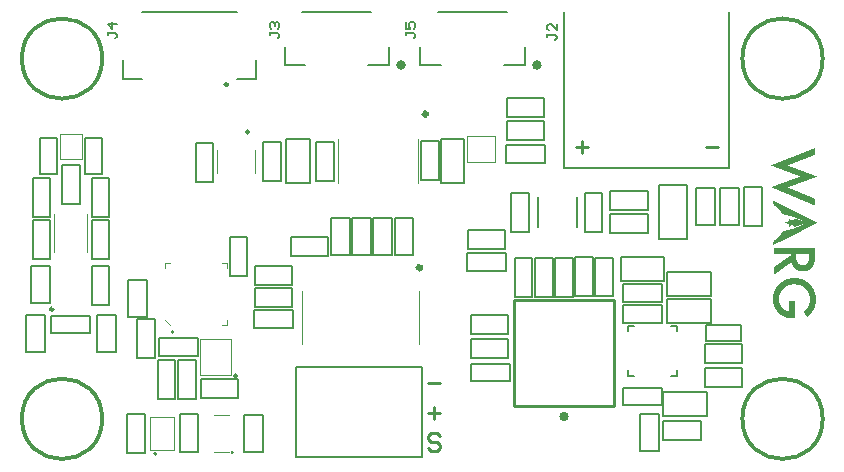
<source format=gbr>
G04*
G04 #@! TF.GenerationSoftware,Altium Limited,Altium Designer,24.7.2 (38)*
G04*
G04 Layer_Color=65535*
%FSLAX25Y25*%
%MOIN*%
G70*
G04*
G04 #@! TF.SameCoordinates,AB7849DE-EAC8-4354-A705-FC1E97C67EB3*
G04*
G04*
G04 #@! TF.FilePolarity,Positive*
G04*
G01*
G75*
%ADD10C,0.01968*%
%ADD11C,0.01575*%
%ADD12C,0.00984*%
%ADD13C,0.00787*%
%ADD14C,0.00984*%
%ADD15C,0.01000*%
%ADD16C,0.00394*%
%ADD17C,0.01039*%
%ADD18C,0.01772*%
%ADD19C,0.00866*%
%ADD20C,0.01181*%
%ADD21C,0.00500*%
%ADD22C,0.00600*%
%ADD23C,0.00197*%
%ADD24C,0.00709*%
G36*
X395193Y235778D02*
X395081D01*
Y235890D01*
X394970D01*
Y236001D01*
X394858D01*
Y236113D01*
X394746D01*
Y236224D01*
X394635D01*
Y236336D01*
X394524D01*
Y236447D01*
X394412D01*
Y236559D01*
X394301D01*
Y236670D01*
X394189D01*
Y236893D01*
X394078D01*
Y237005D01*
X393966D01*
Y237116D01*
X393855D01*
Y237228D01*
X393743D01*
Y237339D01*
X393855D01*
Y237451D01*
X393966D01*
Y237562D01*
X394078D01*
Y237674D01*
X394189D01*
Y237785D01*
X394301D01*
Y237897D01*
X394412D01*
Y238008D01*
X394524D01*
Y238120D01*
X394635D01*
Y238231D01*
X394746D01*
Y238343D01*
X394858D01*
Y238454D01*
X394970D01*
Y238566D01*
X395081D01*
Y238789D01*
X395193D01*
Y238900D01*
X395304D01*
Y239123D01*
X395415D01*
Y239346D01*
X395527D01*
Y239569D01*
X395638D01*
Y239792D01*
X395750D01*
Y240238D01*
X395862D01*
Y240796D01*
X395973D01*
Y242134D01*
X395862D01*
Y242803D01*
X395750D01*
Y243137D01*
X395638D01*
Y243472D01*
X395527D01*
Y243695D01*
X395415D01*
Y243918D01*
X395304D01*
Y244141D01*
X395193D01*
Y244252D01*
X395081D01*
Y244475D01*
X394970D01*
Y244587D01*
X394858D01*
Y244698D01*
X394746D01*
Y244810D01*
X394635D01*
Y244921D01*
X394524D01*
Y245033D01*
X394412D01*
Y245144D01*
X394301D01*
Y245256D01*
X394189D01*
Y245367D01*
X394078D01*
Y245479D01*
X393966D01*
Y245590D01*
X393855D01*
Y245702D01*
X393632D01*
Y245813D01*
X393520D01*
Y245925D01*
X393297D01*
Y246036D01*
X393074D01*
Y246148D01*
X392851D01*
Y246259D01*
X392517D01*
Y246371D01*
X392071D01*
Y246482D01*
X391402D01*
Y246594D01*
X390064D01*
Y246482D01*
X389395D01*
Y246371D01*
X389060D01*
Y246259D01*
X388726D01*
Y246148D01*
X388503D01*
Y246036D01*
X388280D01*
Y245925D01*
X388057D01*
Y245813D01*
X387945D01*
Y245702D01*
X387722D01*
Y245590D01*
X387611D01*
Y245479D01*
X387499D01*
Y245367D01*
X387388D01*
Y245256D01*
X387276D01*
Y245144D01*
X387165D01*
Y245033D01*
X387053D01*
Y244921D01*
X386942D01*
Y244810D01*
X386830D01*
Y244698D01*
X386719D01*
Y244587D01*
X386607D01*
Y244364D01*
X386496D01*
Y244252D01*
X386384D01*
Y244029D01*
X386273D01*
Y243918D01*
X386161D01*
Y243695D01*
X386050D01*
Y243472D01*
X385938D01*
Y243249D01*
X385827D01*
Y242914D01*
X385715D01*
Y242357D01*
X385604D01*
Y240796D01*
X385715D01*
Y240350D01*
X385827D01*
Y240015D01*
X385938D01*
Y239792D01*
X386050D01*
Y239569D01*
X386161D01*
Y239346D01*
X386273D01*
Y239235D01*
X386384D01*
Y239012D01*
X386496D01*
Y238900D01*
X386607D01*
Y238789D01*
X386719D01*
Y238677D01*
X386830D01*
Y238566D01*
X386942D01*
Y238454D01*
X387053D01*
Y238343D01*
X387165D01*
Y238231D01*
X387276D01*
Y238120D01*
X387499D01*
Y238008D01*
X387611D01*
Y237897D01*
X387834D01*
Y237785D01*
X388057D01*
Y237674D01*
X388391D01*
Y237562D01*
X388949D01*
Y237451D01*
X389060D01*
Y240907D01*
X391067D01*
Y235221D01*
X389060D01*
Y235332D01*
X388391D01*
Y235444D01*
X388057D01*
Y235555D01*
X387611D01*
Y235667D01*
X387388D01*
Y235778D01*
X387165D01*
Y235890D01*
X386942D01*
Y236001D01*
X386719D01*
Y236113D01*
X386496D01*
Y236224D01*
X386384D01*
Y236336D01*
X386161D01*
Y236447D01*
X386050D01*
Y236559D01*
X385938D01*
Y236670D01*
X385827D01*
Y236782D01*
X385715D01*
Y236893D01*
X385604D01*
Y237005D01*
X385492D01*
Y237116D01*
X385381D01*
Y237228D01*
X385269D01*
Y237339D01*
X385158D01*
Y237451D01*
X385046D01*
Y237562D01*
X384935D01*
Y237674D01*
X384823D01*
Y237897D01*
X384712D01*
Y238008D01*
X384600D01*
Y238231D01*
X384489D01*
Y238343D01*
X384377D01*
Y238566D01*
X384266D01*
Y238789D01*
X384154D01*
Y239012D01*
X384043D01*
Y239346D01*
X383931D01*
Y239681D01*
X383820D01*
Y240127D01*
X383708D01*
Y240684D01*
X383597D01*
Y242580D01*
X383708D01*
Y243249D01*
X383820D01*
Y243695D01*
X383931D01*
Y244029D01*
X384043D01*
Y244252D01*
X384154D01*
Y244587D01*
X384266D01*
Y244810D01*
X384377D01*
Y245033D01*
X384489D01*
Y245144D01*
X384600D01*
Y245367D01*
X384712D01*
Y245590D01*
X384823D01*
Y245702D01*
X384935D01*
Y245813D01*
X385046D01*
Y246036D01*
X385158D01*
Y246148D01*
X385269D01*
Y246259D01*
X385381D01*
Y246371D01*
X385492D01*
Y246482D01*
X385604D01*
Y246594D01*
X385715D01*
Y246705D01*
X385827D01*
Y246817D01*
X385938D01*
Y246928D01*
X386050D01*
Y247040D01*
X386161D01*
Y247151D01*
X386384D01*
Y247263D01*
X386496D01*
Y247374D01*
X386607D01*
Y247485D01*
X386830D01*
Y247597D01*
X386942D01*
Y247709D01*
X387165D01*
Y247820D01*
X387388D01*
Y247932D01*
X387611D01*
Y248043D01*
X387834D01*
Y248154D01*
X388057D01*
Y248266D01*
X388391D01*
Y248377D01*
X388726D01*
Y248489D01*
X389172D01*
Y248601D01*
X389841D01*
Y248712D01*
X391736D01*
Y248601D01*
X392405D01*
Y248489D01*
X392851D01*
Y248377D01*
X393186D01*
Y248266D01*
X393520D01*
Y248154D01*
X393743D01*
Y248043D01*
X393966D01*
Y247932D01*
X394189D01*
Y247820D01*
X394412D01*
Y247709D01*
X394524D01*
Y247597D01*
X394746D01*
Y247485D01*
X394858D01*
Y247374D01*
X395081D01*
Y247263D01*
X395193D01*
Y247151D01*
X395304D01*
Y247040D01*
X395415D01*
Y246928D01*
X395527D01*
Y246817D01*
X395750D01*
Y246705D01*
X395862D01*
Y246594D01*
X395973D01*
Y246482D01*
X396084D01*
Y246259D01*
X396196D01*
Y246148D01*
X396307D01*
Y246036D01*
X396419D01*
Y245925D01*
X396531D01*
Y245813D01*
X396642D01*
Y245590D01*
X396754D01*
Y245479D01*
X396865D01*
Y245256D01*
X396976D01*
Y245144D01*
X397088D01*
Y244921D01*
X397200D01*
Y244698D01*
X397311D01*
Y244475D01*
X397423D01*
Y244141D01*
X397534D01*
Y243918D01*
X397645D01*
Y243472D01*
X397757D01*
Y243026D01*
X397868D01*
Y242357D01*
X397980D01*
Y240573D01*
X397868D01*
Y239904D01*
X397757D01*
Y239458D01*
X397645D01*
Y239123D01*
X397534D01*
Y238789D01*
X397423D01*
Y238566D01*
X397311D01*
Y238343D01*
X397200D01*
Y238120D01*
X397088D01*
Y237897D01*
X396976D01*
Y237785D01*
X396865D01*
Y237562D01*
X396754D01*
Y237451D01*
X396642D01*
Y237339D01*
X396531D01*
Y237116D01*
X396419D01*
Y237005D01*
X396307D01*
Y236893D01*
X396196D01*
Y236782D01*
X396084D01*
Y236670D01*
X395973D01*
Y236559D01*
X395862D01*
Y236447D01*
X395750D01*
Y236336D01*
X395638D01*
Y236224D01*
X395527D01*
Y236113D01*
X395415D01*
Y236001D01*
X395304D01*
Y235890D01*
X395193D01*
Y235778D01*
D02*
G37*
G36*
X397645Y255848D02*
Y254621D01*
X397534D01*
Y254064D01*
X397423D01*
Y253618D01*
X397311D01*
Y253283D01*
X397200D01*
Y253060D01*
X397088D01*
Y252837D01*
X396976D01*
Y252614D01*
X396865D01*
Y252503D01*
X396754D01*
Y252391D01*
X396642D01*
Y252168D01*
X396531D01*
Y252057D01*
X396419D01*
Y251945D01*
X396307D01*
Y251834D01*
X396084D01*
Y251722D01*
X395973D01*
Y251611D01*
X395862D01*
Y251499D01*
X395638D01*
Y251388D01*
X395415D01*
Y251276D01*
X395193D01*
Y251165D01*
X394858D01*
Y251053D01*
X394301D01*
Y250942D01*
X393966D01*
X393855D01*
X392963D01*
Y251053D01*
X392405D01*
Y251165D01*
X392071D01*
Y251276D01*
X391848D01*
Y251388D01*
X391625D01*
Y251499D01*
X391402D01*
Y251611D01*
X391290D01*
Y251722D01*
X391179D01*
Y251834D01*
X390956D01*
Y251945D01*
X390844D01*
Y252057D01*
X390733D01*
Y252168D01*
X390621D01*
Y252280D01*
X390510D01*
Y252503D01*
X390398D01*
Y252614D01*
X390287D01*
Y252726D01*
X390175D01*
Y252949D01*
X390064D01*
Y253172D01*
X389952D01*
Y253506D01*
X389841D01*
Y253841D01*
X389729D01*
Y253952D01*
X389618D01*
Y253841D01*
X389506D01*
Y253729D01*
X389283D01*
Y253618D01*
X389172D01*
Y253506D01*
X388949D01*
Y253395D01*
X388837D01*
Y253283D01*
X388726D01*
Y253172D01*
X388503D01*
Y253060D01*
X388391D01*
Y252949D01*
X388280D01*
Y252837D01*
X388057D01*
Y252726D01*
X387945D01*
Y252614D01*
X387722D01*
Y252503D01*
X387611D01*
Y252391D01*
X387499D01*
Y252280D01*
X387276D01*
Y252168D01*
X387165D01*
Y252057D01*
X387053D01*
Y251945D01*
X386830D01*
Y251834D01*
X386719D01*
Y251722D01*
X386496D01*
Y251611D01*
X386384D01*
Y251499D01*
X386273D01*
Y251388D01*
X386050D01*
Y251276D01*
X385938D01*
Y251165D01*
X385827D01*
Y251053D01*
X385604D01*
Y250942D01*
X385492D01*
Y250831D01*
X385269D01*
Y250719D01*
X385158D01*
Y250607D01*
X385046D01*
Y250496D01*
X384823D01*
Y250384D01*
X384712D01*
Y250273D01*
X384489D01*
Y250162D01*
X384377D01*
Y250050D01*
X384266D01*
Y249939D01*
X384043D01*
Y249827D01*
X383820D01*
Y252280D01*
X383931D01*
Y252391D01*
X384043D01*
Y252503D01*
X384154D01*
Y252614D01*
X384377D01*
Y252726D01*
X384489D01*
Y252837D01*
X384712D01*
Y252949D01*
X384823D01*
Y253060D01*
X385046D01*
Y253172D01*
X385158D01*
Y253283D01*
X385269D01*
Y253395D01*
X385492D01*
Y253506D01*
X385604D01*
Y253618D01*
X385827D01*
Y253729D01*
X385938D01*
Y253841D01*
X386161D01*
Y253952D01*
X386273D01*
Y254064D01*
X386384D01*
Y254175D01*
X386607D01*
Y254287D01*
X386719D01*
Y254398D01*
X386942D01*
Y254510D01*
X387053D01*
Y254621D01*
X387276D01*
Y254733D01*
X387388D01*
Y254844D01*
X387499D01*
Y254956D01*
X387722D01*
Y255067D01*
X387834D01*
Y255179D01*
X388057D01*
Y255290D01*
X388168D01*
Y255402D01*
X388391D01*
Y255513D01*
X388503D01*
Y255625D01*
X388614D01*
Y255736D01*
X388837D01*
Y255848D01*
X388949D01*
Y255959D01*
X389172D01*
Y256071D01*
X389283D01*
Y256182D01*
X389506D01*
Y256628D01*
X383820D01*
Y258635D01*
X383931D01*
Y258747D01*
X397645D01*
Y258635D01*
X397757D01*
Y255848D01*
X397645D01*
D02*
G37*
G36*
X397757Y289855D02*
X397645D01*
Y289743D01*
X397311D01*
Y289632D01*
X397088D01*
Y289520D01*
X396754D01*
Y289408D01*
X396531D01*
Y289297D01*
X396196D01*
Y289186D01*
X395862D01*
Y289074D01*
X395638D01*
Y288963D01*
X395304D01*
Y288851D01*
X395081D01*
Y288739D01*
X394746D01*
Y288628D01*
X394524D01*
Y288516D01*
X394189D01*
Y288405D01*
X393855D01*
Y288294D01*
X393632D01*
Y288182D01*
X393297D01*
Y288071D01*
X393074D01*
Y287959D01*
X392740D01*
Y287848D01*
X392517D01*
Y287736D01*
X392182D01*
Y287625D01*
X391848D01*
Y287513D01*
X391625D01*
Y287402D01*
X391290D01*
Y287290D01*
X391067D01*
Y287179D01*
X390733D01*
Y287067D01*
X390510D01*
Y286956D01*
X390175D01*
Y286844D01*
X389841D01*
Y286733D01*
X389618D01*
Y286621D01*
X389283D01*
Y286510D01*
X389060D01*
Y286398D01*
X388726D01*
Y286287D01*
X388614D01*
Y286175D01*
X388837D01*
Y286064D01*
X389172D01*
Y285952D01*
X389395D01*
Y285841D01*
X389729D01*
Y285729D01*
X390064D01*
Y285618D01*
X390287D01*
Y285506D01*
X390621D01*
Y285395D01*
X390956D01*
Y285283D01*
X391179D01*
Y285172D01*
X391513D01*
Y285060D01*
X391736D01*
Y284949D01*
X392071D01*
Y284837D01*
X392405D01*
Y284726D01*
X392628D01*
Y284614D01*
X392963D01*
Y284503D01*
X393297D01*
Y284391D01*
X393520D01*
Y284280D01*
X393855D01*
Y284168D01*
X394189D01*
Y284057D01*
X394412D01*
Y283945D01*
X394746D01*
Y283834D01*
X394970D01*
Y283722D01*
X395304D01*
Y283611D01*
X395638D01*
Y283499D01*
X395862D01*
Y283388D01*
X396196D01*
Y283276D01*
X396531D01*
Y283165D01*
X396754D01*
Y283053D01*
X397088D01*
Y282942D01*
X397423D01*
Y282830D01*
X397645D01*
Y282719D01*
X397980D01*
Y282607D01*
X398203D01*
Y282496D01*
X398314D01*
Y282384D01*
X397980D01*
Y282273D01*
X397645D01*
Y282161D01*
X397311D01*
Y282050D01*
X397088D01*
Y281938D01*
X396754D01*
Y281827D01*
X396419D01*
Y281715D01*
X396084D01*
Y281604D01*
X395750D01*
Y281492D01*
X395527D01*
Y281381D01*
X395193D01*
Y281269D01*
X394858D01*
Y281158D01*
X394524D01*
Y281046D01*
X394301D01*
Y280935D01*
X393966D01*
Y280823D01*
X393632D01*
Y280712D01*
X393297D01*
Y280600D01*
X393074D01*
Y280489D01*
X392740D01*
Y280377D01*
X392405D01*
Y280266D01*
X392071D01*
Y280154D01*
X391848D01*
Y280043D01*
X391513D01*
Y279931D01*
X391179D01*
Y279820D01*
X390844D01*
Y279708D01*
X390621D01*
Y279597D01*
X390287D01*
Y279485D01*
X389952D01*
Y279374D01*
X389618D01*
Y279262D01*
X389395D01*
Y279151D01*
X389060D01*
Y279039D01*
X388726D01*
Y278928D01*
X388614D01*
Y278816D01*
X388837D01*
Y278705D01*
X389060D01*
Y278593D01*
X389395D01*
Y278482D01*
X389618D01*
Y278370D01*
X389952D01*
Y278259D01*
X390175D01*
Y278147D01*
X390510D01*
Y278036D01*
X390733D01*
Y277924D01*
X390956D01*
Y277813D01*
X391290D01*
Y277701D01*
X391513D01*
Y277590D01*
X391848D01*
Y277478D01*
X392071D01*
Y277367D01*
X392294D01*
Y277255D01*
X392628D01*
Y277144D01*
X392851D01*
Y277032D01*
X393186D01*
Y276921D01*
X393409D01*
Y276809D01*
X393743D01*
Y276698D01*
X393966D01*
Y276586D01*
X394189D01*
Y276475D01*
X394524D01*
Y276363D01*
X394746D01*
Y276252D01*
X395081D01*
Y276140D01*
X395304D01*
Y276029D01*
X395527D01*
Y275917D01*
X395862D01*
Y275806D01*
X396084D01*
Y275694D01*
X396419D01*
Y275583D01*
X396642D01*
Y275471D01*
X396976D01*
Y275360D01*
X397200D01*
Y275248D01*
X397423D01*
Y275137D01*
X397645D01*
Y275025D01*
X397757D01*
Y272795D01*
X397534D01*
Y272907D01*
X397311D01*
Y273018D01*
X396976D01*
Y273130D01*
X396754D01*
Y273241D01*
X396531D01*
Y273353D01*
X396196D01*
Y273464D01*
X395973D01*
Y273576D01*
X395638D01*
Y273687D01*
X395415D01*
Y273799D01*
X395193D01*
Y273910D01*
X394858D01*
Y274022D01*
X394635D01*
Y274133D01*
X394412D01*
Y274245D01*
X394078D01*
Y274356D01*
X393855D01*
Y274468D01*
X393520D01*
Y274579D01*
X393297D01*
Y274691D01*
X393074D01*
Y274802D01*
X392740D01*
Y274914D01*
X392517D01*
Y275025D01*
X392294D01*
Y275137D01*
X391959D01*
Y275248D01*
X391736D01*
Y275360D01*
X391402D01*
Y275471D01*
X391179D01*
Y275583D01*
X390956D01*
Y275694D01*
X390621D01*
Y275806D01*
X390398D01*
Y275917D01*
X390175D01*
Y276029D01*
X389841D01*
Y276140D01*
X389618D01*
Y276252D01*
X389283D01*
Y276363D01*
X389060D01*
Y276475D01*
X388837D01*
Y276586D01*
X388503D01*
Y276698D01*
X388280D01*
Y276809D01*
X387945D01*
Y276921D01*
X387722D01*
Y277032D01*
X387499D01*
Y277144D01*
X387165D01*
Y277255D01*
X386942D01*
Y277367D01*
X386719D01*
Y277478D01*
X386384D01*
Y277590D01*
X386161D01*
Y277701D01*
X385827D01*
Y277813D01*
X385604D01*
Y277924D01*
X385381D01*
Y278036D01*
X385046D01*
Y278147D01*
X384823D01*
Y278259D01*
X384600D01*
Y278370D01*
X384266D01*
Y278482D01*
X384043D01*
Y278593D01*
X383708D01*
Y278705D01*
X383485D01*
Y278816D01*
X383262D01*
Y278928D01*
X383039D01*
Y279039D01*
X383262D01*
Y279151D01*
X383597D01*
Y279262D01*
X383820D01*
Y279374D01*
X384154D01*
Y279485D01*
X384489D01*
Y279597D01*
X384823D01*
Y279708D01*
X385046D01*
Y279820D01*
X385381D01*
Y279931D01*
X385715D01*
Y280043D01*
X386050D01*
Y280154D01*
X386273D01*
Y280266D01*
X386607D01*
Y280377D01*
X386942D01*
Y280489D01*
X387276D01*
Y280600D01*
X387499D01*
Y280712D01*
X387834D01*
Y280823D01*
X388168D01*
Y280935D01*
X388503D01*
Y281046D01*
X388726D01*
Y281158D01*
X389060D01*
Y281269D01*
X389395D01*
Y281381D01*
X389729D01*
Y281492D01*
X389952D01*
Y281604D01*
X390287D01*
Y281715D01*
X390621D01*
Y281827D01*
X390956D01*
Y281938D01*
X391179D01*
Y282050D01*
X391513D01*
Y282161D01*
X391848D01*
Y282273D01*
X392182D01*
Y282384D01*
X392405D01*
Y282496D01*
X392628D01*
Y282607D01*
X392405D01*
Y282719D01*
X392071D01*
Y282830D01*
X391848D01*
Y282942D01*
X391513D01*
Y283053D01*
X391179D01*
Y283165D01*
X390956D01*
Y283276D01*
X390621D01*
Y283388D01*
X390287D01*
Y283499D01*
X390064D01*
Y283611D01*
X389729D01*
Y283722D01*
X389395D01*
Y283834D01*
X389172D01*
Y283945D01*
X388837D01*
Y284057D01*
X388614D01*
Y284168D01*
X388280D01*
Y284280D01*
X387945D01*
Y284391D01*
X387722D01*
Y284503D01*
X387388D01*
Y284614D01*
X387053D01*
Y284726D01*
X386830D01*
Y284837D01*
X386496D01*
Y284949D01*
X386161D01*
Y285060D01*
X385938D01*
Y285172D01*
X385604D01*
Y285283D01*
X385269D01*
Y285395D01*
X385046D01*
Y285506D01*
X384712D01*
Y285618D01*
X384489D01*
Y285729D01*
X384154D01*
Y285841D01*
X383820D01*
Y285952D01*
X383597D01*
Y286064D01*
X383262D01*
Y286175D01*
X383039D01*
Y286287D01*
X383151D01*
Y286398D01*
X383485D01*
Y286510D01*
X383708D01*
Y286621D01*
X384043D01*
Y286733D01*
X384266D01*
Y286844D01*
X384600D01*
Y286956D01*
X384823D01*
Y287067D01*
X385158D01*
Y287179D01*
X385381D01*
Y287290D01*
X385715D01*
Y287402D01*
X385938D01*
Y287513D01*
X386273D01*
Y287625D01*
X386496D01*
Y287736D01*
X386830D01*
Y287848D01*
X387053D01*
Y287959D01*
X387388D01*
Y288071D01*
X387611D01*
Y288182D01*
X387945D01*
Y288294D01*
X388168D01*
Y288405D01*
X388503D01*
Y288516D01*
X388726D01*
Y288628D01*
X389060D01*
Y288739D01*
X389283D01*
Y288851D01*
X389618D01*
Y288963D01*
X389841D01*
Y289074D01*
X390175D01*
Y289186D01*
X390510D01*
Y289297D01*
X390733D01*
Y289408D01*
X391067D01*
Y289520D01*
X391290D01*
Y289632D01*
X391625D01*
Y289743D01*
X391848D01*
Y289855D01*
X392182D01*
Y289966D01*
X392405D01*
Y290077D01*
X392740D01*
Y290189D01*
X392963D01*
Y290300D01*
X393297D01*
Y290412D01*
X393520D01*
Y290524D01*
X393855D01*
Y290635D01*
X394078D01*
Y290746D01*
X394412D01*
Y290858D01*
X394635D01*
Y290969D01*
X394970D01*
Y291081D01*
X395193D01*
Y291193D01*
X395527D01*
Y291304D01*
X395750D01*
Y291416D01*
X396084D01*
Y291527D01*
X396307D01*
Y291638D01*
X396642D01*
Y291750D01*
X396865D01*
Y291862D01*
X397200D01*
Y291973D01*
X397423D01*
Y292085D01*
X397757D01*
Y289855D01*
D02*
G37*
G36*
X383708Y274356D02*
X383931D01*
Y274245D01*
X384154D01*
Y274133D01*
X384377D01*
Y274022D01*
X384600D01*
Y273910D01*
X384823D01*
Y273799D01*
X385046D01*
Y273687D01*
X385269D01*
Y273576D01*
X385492D01*
Y273464D01*
X385715D01*
Y273353D01*
X385938D01*
Y273241D01*
X386161D01*
Y273130D01*
X386384D01*
Y273018D01*
X386607D01*
Y272907D01*
X386830D01*
Y272795D01*
X387053D01*
Y272684D01*
X387276D01*
Y272572D01*
X387499D01*
Y272461D01*
X387722D01*
Y272349D01*
X387945D01*
Y272238D01*
X388168D01*
Y272126D01*
X388391D01*
Y272015D01*
X388614D01*
Y271903D01*
X388837D01*
Y271792D01*
X389060D01*
Y271680D01*
X389395D01*
Y271569D01*
X389618D01*
Y271458D01*
X389841D01*
Y271346D01*
X390064D01*
Y271234D01*
X390287D01*
Y271123D01*
X390510D01*
Y271011D01*
X390733D01*
Y270900D01*
X390956D01*
Y270789D01*
X391179D01*
Y270677D01*
X391402D01*
Y270566D01*
X391625D01*
Y270454D01*
X391848D01*
Y270342D01*
X392071D01*
Y270231D01*
X392294D01*
Y270120D01*
X392517D01*
Y270008D01*
X392740D01*
Y269897D01*
X392963D01*
Y269785D01*
X393186D01*
Y269673D01*
X393409D01*
Y269562D01*
X393632D01*
Y269450D01*
X393855D01*
Y269339D01*
X394078D01*
Y269228D01*
X394301D01*
Y269116D01*
X394524D01*
Y269005D01*
X394746D01*
Y268893D01*
X394970D01*
Y268781D01*
X395193D01*
Y268670D01*
X395415D01*
Y268559D01*
X395638D01*
Y268447D01*
X395862D01*
Y268336D01*
X396084D01*
Y268224D01*
X396307D01*
Y268112D01*
X396531D01*
Y268001D01*
X396754D01*
Y267889D01*
X396976D01*
Y267778D01*
X397200D01*
Y267667D01*
X397423D01*
Y267555D01*
X397645D01*
Y267444D01*
X397980D01*
Y267332D01*
X398203D01*
Y267221D01*
X398426D01*
Y267109D01*
X398537D01*
Y266998D01*
X398314D01*
Y266886D01*
X398092D01*
Y266775D01*
X397868D01*
Y266663D01*
X397645D01*
Y266552D01*
X397423D01*
Y266440D01*
X397200D01*
Y266329D01*
X396976D01*
Y266217D01*
X396754D01*
Y266106D01*
X396531D01*
Y265994D01*
X396307D01*
Y265883D01*
X396084D01*
Y265771D01*
X395862D01*
Y265660D01*
X395638D01*
Y265548D01*
X395415D01*
Y265437D01*
X395193D01*
Y265325D01*
X394970D01*
Y265214D01*
X394746D01*
Y265102D01*
X394524D01*
Y264991D01*
X394301D01*
Y264879D01*
X394078D01*
Y264768D01*
X393855D01*
Y264656D01*
X393520D01*
Y264545D01*
X393297D01*
Y264433D01*
X393074D01*
Y264322D01*
X392851D01*
Y264210D01*
X392628D01*
Y264099D01*
X392405D01*
Y263987D01*
X392182D01*
Y263876D01*
X391959D01*
Y263764D01*
X391736D01*
Y263653D01*
X391513D01*
Y263541D01*
X391290D01*
Y263430D01*
X391067D01*
Y263318D01*
X390844D01*
Y263207D01*
X390621D01*
Y263095D01*
X390398D01*
Y262984D01*
X390175D01*
Y262872D01*
X389952D01*
Y262761D01*
X389729D01*
Y262649D01*
X389506D01*
Y262538D01*
X389283D01*
Y262426D01*
X389060D01*
Y262315D01*
X388837D01*
Y262203D01*
X388614D01*
Y262092D01*
X388391D01*
Y261980D01*
X388168D01*
Y261869D01*
X387945D01*
Y261757D01*
X387722D01*
Y261646D01*
X387499D01*
Y261534D01*
X387276D01*
Y261423D01*
X387053D01*
Y261311D01*
X386830D01*
Y261200D01*
X386607D01*
Y261088D01*
X386384D01*
Y260977D01*
X386161D01*
Y260865D01*
X385827D01*
Y260754D01*
X385604D01*
Y260642D01*
X385381D01*
Y260531D01*
X385158D01*
Y260419D01*
X384935D01*
Y260308D01*
X384712D01*
Y260196D01*
X384489D01*
Y260085D01*
X384266D01*
Y259973D01*
X384043D01*
Y259862D01*
X383820D01*
Y259750D01*
X383597D01*
Y259639D01*
X383485D01*
Y259862D01*
X383597D01*
Y260196D01*
X383708D01*
Y260642D01*
X383820D01*
Y261088D01*
X383931D01*
Y261311D01*
X384154D01*
Y261423D01*
X384266D01*
Y261534D01*
X384489D01*
Y261646D01*
X384600D01*
Y261757D01*
X384712D01*
Y261869D01*
X384823D01*
Y261980D01*
X385046D01*
Y262092D01*
X385158D01*
Y262203D01*
X385269D01*
Y262315D01*
X385381D01*
Y262426D01*
X385492D01*
Y262538D01*
X385604D01*
Y262649D01*
X385715D01*
Y262872D01*
X385827D01*
Y262984D01*
X386384D01*
Y263095D01*
X386050D01*
Y263207D01*
X386161D01*
Y263318D01*
X386273D01*
Y263541D01*
X386384D01*
Y263653D01*
X386496D01*
Y263876D01*
X386607D01*
Y264099D01*
X386719D01*
Y264210D01*
X386942D01*
Y264322D01*
X387388D01*
Y264433D01*
X387945D01*
Y264545D01*
X388391D01*
Y264656D01*
X388949D01*
Y264768D01*
X389395D01*
Y264879D01*
X389952D01*
Y264991D01*
X390287D01*
Y265102D01*
X390621D01*
Y265214D01*
X390844D01*
Y265325D01*
X391179D01*
Y265437D01*
X391402D01*
Y265548D01*
X391625D01*
Y265660D01*
X391959D01*
Y265771D01*
X392182D01*
Y265883D01*
X392405D01*
Y265994D01*
X392740D01*
Y266106D01*
X392963D01*
Y266217D01*
X393186D01*
Y266329D01*
X393520D01*
Y266440D01*
X393743D01*
Y266552D01*
X393409D01*
Y266440D01*
X393074D01*
Y266329D01*
X392740D01*
Y266217D01*
X392405D01*
Y266106D01*
X392071D01*
Y265994D01*
X391736D01*
Y265883D01*
X391402D01*
Y265771D01*
X390956D01*
Y265660D01*
X390844D01*
Y265771D01*
X390733D01*
Y265883D01*
X390510D01*
Y265994D01*
X390398D01*
Y266106D01*
X390287D01*
Y266217D01*
X390175D01*
Y266329D01*
X390064D01*
Y266440D01*
X389952D01*
Y266329D01*
X389841D01*
Y266217D01*
X389618D01*
Y266106D01*
X389506D01*
Y265994D01*
X389283D01*
Y265883D01*
X389172D01*
Y265771D01*
X389060D01*
Y265660D01*
X388949D01*
Y265883D01*
X389060D01*
Y266217D01*
X389172D01*
Y266329D01*
X389060D01*
Y266440D01*
X388949D01*
Y266552D01*
X388837D01*
Y266663D01*
X388503D01*
Y266775D01*
X388168D01*
Y266886D01*
X387722D01*
Y266998D01*
X387388D01*
Y267109D01*
X387611D01*
Y267221D01*
X388057D01*
Y267332D01*
X388391D01*
Y267444D01*
X388726D01*
Y267555D01*
X388949D01*
Y267667D01*
X389060D01*
Y268224D01*
X388949D01*
Y268447D01*
X389060D01*
Y268336D01*
X389172D01*
Y268224D01*
X389395D01*
Y268112D01*
X389506D01*
Y268001D01*
X389729D01*
Y267889D01*
X389841D01*
Y267778D01*
X390064D01*
Y267889D01*
X390287D01*
Y268001D01*
X390398D01*
Y268112D01*
X390510D01*
Y268224D01*
X390621D01*
Y268336D01*
X390733D01*
Y268447D01*
X391179D01*
Y268336D01*
X391513D01*
Y268224D01*
X391848D01*
Y268112D01*
X392182D01*
Y268001D01*
X392517D01*
Y267889D01*
X392851D01*
Y267778D01*
X393186D01*
Y267667D01*
X393520D01*
Y267778D01*
X393297D01*
Y267889D01*
X393074D01*
Y268001D01*
X392740D01*
Y268112D01*
X392517D01*
Y268224D01*
X392294D01*
Y268336D01*
X391959D01*
Y268447D01*
X391736D01*
Y268559D01*
X391513D01*
Y268670D01*
X391179D01*
Y268781D01*
X390956D01*
Y268893D01*
X390733D01*
Y269005D01*
X390398D01*
Y269116D01*
X390064D01*
Y269228D01*
X389618D01*
Y269339D01*
X389172D01*
Y269450D01*
X388614D01*
Y269562D01*
X388168D01*
Y269673D01*
X387611D01*
Y269785D01*
X387165D01*
Y269897D01*
X386719D01*
Y270008D01*
X386607D01*
Y270231D01*
X386496D01*
Y270454D01*
X386384D01*
Y270566D01*
X386273D01*
Y270789D01*
X386161D01*
Y270900D01*
X386050D01*
Y271011D01*
X386607D01*
Y271123D01*
X385938D01*
Y271234D01*
X385827D01*
Y271346D01*
X385715D01*
Y271458D01*
X385604D01*
Y271569D01*
X385492D01*
Y271680D01*
X385381D01*
Y271792D01*
X385269D01*
Y271903D01*
X385158D01*
Y272015D01*
X385046D01*
Y272126D01*
X384935D01*
Y272238D01*
X384712D01*
Y272349D01*
X384600D01*
Y272461D01*
X384489D01*
Y272572D01*
X384377D01*
Y272684D01*
X384154D01*
Y272795D01*
X384043D01*
Y272907D01*
X383931D01*
Y273018D01*
X383820D01*
Y273464D01*
X383708D01*
Y273910D01*
X383597D01*
Y274356D01*
X383485D01*
Y274468D01*
X383708D01*
Y274356D01*
D02*
G37*
%LPC*%
G36*
X395750Y255736D02*
Y256628D01*
X391402D01*
Y254844D01*
X391513D01*
Y254398D01*
X391625D01*
Y254175D01*
X391736D01*
Y253952D01*
X391848D01*
Y253841D01*
X391959D01*
Y253618D01*
X392071D01*
Y253506D01*
X392182D01*
Y253395D01*
X392405D01*
Y253283D01*
X392628D01*
Y253172D01*
X392851D01*
Y253060D01*
X394301D01*
Y253172D01*
X394524D01*
Y253283D01*
X394746D01*
Y253395D01*
X394858D01*
Y253506D01*
X395081D01*
Y253729D01*
X395193D01*
Y253841D01*
X395304D01*
Y254064D01*
X395415D01*
Y254287D01*
X395527D01*
Y254733D01*
X395638D01*
Y255736D01*
X395750D01*
D02*
G37*
G36*
X387165Y271011D02*
X386607D01*
Y270900D01*
X387165D01*
Y271011D01*
D02*
G37*
G36*
X393855Y267667D02*
X393520D01*
Y267555D01*
X393855D01*
Y267444D01*
X394078D01*
Y267555D01*
X393855D01*
Y267667D01*
D02*
G37*
G36*
X394301Y267444D02*
X394189D01*
Y267332D01*
X394301D01*
Y267444D01*
D02*
G37*
G36*
Y266775D02*
X394078D01*
Y266663D01*
X394301D01*
Y266775D01*
D02*
G37*
G36*
X394078Y266663D02*
X393743D01*
Y266552D01*
X394078D01*
Y266663D01*
D02*
G37*
G36*
X387388Y263318D02*
X387276D01*
Y263207D01*
X387388D01*
Y263318D01*
D02*
G37*
G36*
X387053Y263207D02*
X386384D01*
Y263095D01*
X387053D01*
Y263207D01*
D02*
G37*
%LPD*%
D10*
X266142Y252165D02*
G03*
X266142Y252165I-394J0D01*
G01*
D11*
X314764Y202559D02*
G03*
X314764Y202559I-787J0D01*
G01*
X305709Y319685D02*
G03*
X305709Y319685I-787J0D01*
G01*
X260433D02*
G03*
X260433Y319685I-787J0D01*
G01*
D12*
X201942Y313204D02*
G03*
X201942Y313204I-492J0D01*
G01*
D13*
X183871Y230731D02*
G03*
X183871Y230731I-394J0D01*
G01*
X178077Y190128D02*
G03*
X178077Y190128I-394J0D01*
G01*
X313976Y285236D02*
X369094Y285236D01*
X313976Y285236D02*
Y315158D01*
X369094Y285236D02*
Y315158D01*
Y337340D01*
X313976Y315158D02*
Y337340D01*
X167001Y314878D02*
Y321275D01*
X211292Y314878D02*
Y321275D01*
X167001Y314878D02*
X173398D01*
X204894D02*
X211292D01*
X173398Y337318D02*
X204894D01*
X305335Y265602D02*
Y275839D01*
X318327Y265602D02*
Y275839D01*
X349803Y216083D02*
X351575D01*
Y217914D01*
Y230945D02*
Y232717D01*
X349744D02*
X351575D01*
X335433D02*
X337205D01*
X335433Y230886D02*
Y232717D01*
X335394Y216123D02*
Y217894D01*
Y216123D02*
X337224D01*
D14*
X203346Y190551D02*
G03*
X203346Y190551I-98J0D01*
G01*
D15*
X204885Y216115D02*
G03*
X204885Y216115I-394J0D01*
G01*
X297441Y206102D02*
X330512D01*
Y206102D02*
Y241535D01*
X297441Y241535D02*
X330512D01*
X297441Y206102D02*
Y241535D01*
X361236Y292339D02*
X365235D01*
X317929Y292369D02*
X321928D01*
X319929Y294369D02*
Y290370D01*
X272715Y195959D02*
X271716Y196959D01*
X269716D01*
X268717Y195959D01*
Y194959D01*
X269716Y193960D01*
X271716D01*
X272715Y192960D01*
Y191960D01*
X271716Y190961D01*
X269716D01*
X268717Y191960D01*
Y213598D02*
X272715D01*
X268717Y203787D02*
X272715D01*
X270716Y205786D02*
Y201787D01*
D16*
X305532Y264421D02*
G03*
X305532Y264421I-197J0D01*
G01*
X226575Y226772D02*
Y244488D01*
X265551Y226772D02*
Y244488D01*
X200013Y233093D02*
X201588D01*
Y234668D01*
Y251991D02*
Y253566D01*
X200013D02*
X201588D01*
X181115D02*
X182690D01*
X181115Y251991D02*
Y253566D01*
X180918Y234668D02*
X182690Y232896D01*
X197146Y203150D02*
X202264D01*
X197146Y190551D02*
X202264D01*
X176098Y191524D02*
Y197024D01*
Y191524D02*
X180098D01*
X184098Y197024D02*
Y202524D01*
X180098D02*
X184098D01*
Y191524D02*
Y197024D01*
X180098Y191524D02*
X184098D01*
X176098Y197024D02*
Y202524D01*
X180098D01*
X192680Y216509D02*
X202916D01*
Y228320D01*
X192680D02*
X202916D01*
X192680Y216509D02*
Y228320D01*
X146063Y288287D02*
X153150D01*
Y296555D01*
X146063D02*
X153150D01*
X146063Y288287D02*
Y296555D01*
X155118Y257382D02*
Y269980D01*
X144095Y257382D02*
Y269980D01*
X265158Y280315D02*
Y294882D01*
X238779Y280315D02*
Y294882D01*
X198425Y283661D02*
Y291535D01*
X211024Y283661D02*
Y291535D01*
D17*
X143720Y238287D02*
G03*
X143720Y238287I-512J0D01*
G01*
D18*
X268307Y303346D02*
G03*
X268307Y303346I-591J0D01*
G01*
D19*
X208898Y297441D02*
G03*
X208898Y297441I-433J0D01*
G01*
D20*
X400197Y201772D02*
G03*
X400197Y201772I-13386J0D01*
G01*
Y321850D02*
G03*
X400197Y321850I-13386J0D01*
G01*
X160039Y201772D02*
G03*
X160039Y201772I-13386J0D01*
G01*
Y321850D02*
G03*
X160039Y321850I-13386J0D01*
G01*
D21*
X348425Y241732D02*
X362992D01*
X348425Y233858D02*
Y241732D01*
Y233858D02*
X362992D01*
Y241732D01*
X304237Y242507D02*
Y255500D01*
Y242507D02*
X310142D01*
Y255500D01*
X304237D02*
X310142D01*
X333734Y206299D02*
Y212205D01*
X346727D01*
Y206299D02*
Y212205D01*
X333734Y206299D02*
X346727D01*
X272835Y280315D02*
X280709D01*
X272835D02*
Y294882D01*
X280709D01*
Y280315D02*
Y294882D01*
X136221Y252677D02*
X142520D01*
X136221Y240236D02*
X142520D01*
X136221D02*
Y252677D01*
X142520Y240236D02*
Y252677D01*
X185446Y208290D02*
X191351D01*
X185446D02*
Y221282D01*
X191351D01*
Y208290D02*
Y221282D01*
X185807Y203244D02*
X192106D01*
X185807Y190803D02*
X192106D01*
X185807D02*
Y203244D01*
X192106Y190803D02*
Y203244D01*
X365945Y266417D02*
X372244D01*
X365945Y278858D02*
X372244D01*
Y266417D02*
Y278858D01*
X365945Y266417D02*
Y278858D01*
X207382Y190630D02*
X213681D01*
X207382Y203071D02*
X213681D01*
Y190630D02*
Y203071D01*
X207382Y190630D02*
Y203071D01*
X174193Y190528D02*
Y203520D01*
X168287D02*
X174193D01*
X168287Y190528D02*
Y203520D01*
Y190528D02*
X174193D01*
X208465Y249410D02*
Y262402D01*
X202559D02*
X208465D01*
X202559Y249410D02*
Y262402D01*
Y249410D02*
X208465D01*
X193005Y214983D02*
X205446D01*
X193005Y208684D02*
X205446D01*
Y214983D01*
X193005Y208684D02*
Y214983D01*
X184462Y208290D02*
Y221282D01*
X178556D02*
X184462D01*
X178556Y208290D02*
Y221282D01*
Y208290D02*
X184462D01*
X178950Y222660D02*
X191942D01*
Y228566D01*
X178950D02*
X191942D01*
X178950Y222660D02*
Y228566D01*
X177572Y222070D02*
Y235062D01*
X171666D02*
X177572D01*
X171666Y222070D02*
Y235062D01*
Y222070D02*
X177572D01*
X168701Y235709D02*
Y248150D01*
X175000Y235709D02*
Y248150D01*
X168701D02*
X175000D01*
X168701Y235709D02*
X175000D01*
X341850Y271457D02*
Y277756D01*
X329410Y271457D02*
Y277756D01*
X341850D01*
X329410Y271457D02*
X341850D01*
X329410Y263583D02*
X341850D01*
X329410Y269882D02*
X341850D01*
X329410Y263583D02*
Y269882D01*
X341850Y263583D02*
Y269882D01*
X320866Y264173D02*
Y277165D01*
Y264173D02*
X326772D01*
Y277165D01*
X320866D02*
X326772D01*
X281652Y256996D02*
X294644D01*
X281652Y251091D02*
Y256996D01*
Y251091D02*
X294644D01*
Y256996D01*
X281968Y258465D02*
Y264764D01*
X294409Y258465D02*
Y264764D01*
X281968Y258465D02*
X294409D01*
X281968Y264764D02*
X294409D01*
X302165Y264173D02*
Y277165D01*
X296260D02*
X302165D01*
X296260Y264173D02*
Y277165D01*
Y264173D02*
X302165D01*
X355118Y261614D02*
Y279724D01*
X345669D02*
X355118D01*
X345669Y261614D02*
Y279724D01*
Y261614D02*
X355118D01*
X282953Y228346D02*
X295394D01*
X282953Y222047D02*
X295394D01*
Y228346D01*
X282953Y222047D02*
Y228346D01*
X282833Y220185D02*
X295825D01*
X282833Y214280D02*
Y220185D01*
Y214280D02*
X295825D01*
Y220185D01*
X295394Y230118D02*
Y236417D01*
X282953Y230118D02*
Y236417D01*
X295394D01*
X282953Y230118D02*
X295394D01*
X297539Y255492D02*
X303445D01*
Y242500D02*
Y255492D01*
X297539Y242500D02*
X303445D01*
X297539D02*
Y255492D01*
X374016Y279134D02*
X379921D01*
Y266142D02*
Y279134D01*
X374016Y266142D02*
X379921D01*
X374016D02*
Y279134D01*
X317703Y255577D02*
X323608D01*
Y242585D02*
Y255577D01*
X317703Y242585D02*
X323608D01*
X317703D02*
Y255577D01*
X324436Y255538D02*
X330341D01*
Y242546D02*
Y255538D01*
X324436Y242546D02*
X330341D01*
X324436D02*
Y255538D01*
X364370Y266417D02*
Y278858D01*
X358071Y266417D02*
Y278858D01*
Y266417D02*
X364370D01*
X358071Y278858D02*
X364370D01*
X257480Y268819D02*
X263779D01*
X257480Y256378D02*
X263779D01*
X257480D02*
Y268819D01*
X263779Y256378D02*
Y268819D01*
X250394D02*
X256693D01*
X250394Y256378D02*
X256693D01*
X250394D02*
Y268819D01*
X256693Y256378D02*
Y268819D01*
X243307D02*
X249606D01*
X243307Y256378D02*
X249606D01*
X243307D02*
Y268819D01*
X249606Y256378D02*
Y268819D01*
X236221D02*
X242520D01*
X236221Y256378D02*
X242520D01*
X236221D02*
Y268819D01*
X242520Y256378D02*
Y268819D01*
X294685Y287027D02*
X307677D01*
Y292933D01*
X294685D02*
X307677D01*
X294685Y287027D02*
Y292933D01*
X210630Y237992D02*
X223622D01*
X210630Y232087D02*
Y237992D01*
Y232087D02*
X223622D01*
Y237992D01*
X235262Y256102D02*
Y262402D01*
X222821Y256102D02*
Y262402D01*
X235262D01*
X222821Y256102D02*
X235262D01*
X158268Y224095D02*
Y236535D01*
X164567Y224095D02*
Y236535D01*
X158268D02*
X164567D01*
X158268Y224095D02*
X164567D01*
X134646D02*
Y236535D01*
X140945Y224095D02*
Y236535D01*
X134646D02*
X140945D01*
X134646Y224095D02*
X140945D01*
X143110Y230217D02*
Y236122D01*
X156102D01*
Y230217D02*
Y236122D01*
X143110Y230217D02*
X156102D01*
X154331Y295276D02*
X159843D01*
X154331Y283465D02*
X159843D01*
X154331D02*
Y295276D01*
X159843Y283465D02*
Y295276D01*
X139370D02*
X144882D01*
X139370Y283465D02*
X144882D01*
X139370D02*
Y295276D01*
X144882Y283465D02*
Y295276D01*
X146653Y273425D02*
Y286417D01*
Y273425D02*
X152559D01*
Y286417D01*
X146653D02*
X152559D01*
X136811Y269094D02*
X142717D01*
X136811D02*
Y282087D01*
X142717D01*
Y269094D02*
Y282087D01*
X156496Y267913D02*
X162402D01*
Y254921D02*
Y267913D01*
X156496Y254921D02*
X162402D01*
X156496D02*
Y267913D01*
X136811D02*
X142717D01*
Y254921D02*
Y267913D01*
X136811Y254921D02*
X142717D01*
X136811D02*
Y267913D01*
X156496Y269094D02*
X162402D01*
X156496D02*
Y282087D01*
X162402D01*
Y269094D02*
Y282087D01*
X156496Y239567D02*
X162402D01*
X156496D02*
Y252559D01*
X162402D01*
Y239567D02*
Y252559D01*
X333661Y233661D02*
X346654D01*
Y239567D01*
X333661D02*
X346654D01*
X333661Y233661D02*
Y239567D01*
X361221Y227559D02*
X373031D01*
X361221Y233071D02*
X373031D01*
X361221Y227559D02*
Y233071D01*
X373031Y227559D02*
Y233071D01*
X373346Y212402D02*
Y218701D01*
X360906Y212402D02*
Y218701D01*
X373346D01*
X360906Y212402D02*
X373346D01*
X307402Y294704D02*
Y301004D01*
X294961Y294704D02*
Y301004D01*
X307402D01*
X294961Y294704D02*
X307402D01*
X210906Y238976D02*
Y245276D01*
X223346Y238976D02*
Y245276D01*
X210906Y238976D02*
X223346D01*
X210906Y245276D02*
X223346D01*
X347126Y194685D02*
Y200984D01*
X359567Y194685D02*
Y200984D01*
X347126Y194685D02*
X359567D01*
X347126Y200984D02*
X359567D01*
X191142Y280709D02*
Y293701D01*
Y280709D02*
X197047D01*
Y293701D01*
X191142D02*
X197047D01*
X219488Y281102D02*
Y294094D01*
X213583D02*
X219488D01*
X213583Y281102D02*
Y294094D01*
Y281102D02*
X219488D01*
X237205D02*
Y294094D01*
X231299D02*
X237205D01*
X231299Y281102D02*
Y294094D01*
Y281102D02*
X237205D01*
X272174Y281274D02*
Y294266D01*
X266268D02*
X272174D01*
X266268Y281274D02*
Y294266D01*
Y281274D02*
X272174D01*
X221457Y280315D02*
X229331D01*
X221457D02*
Y294882D01*
X229331D01*
Y280315D02*
Y294882D01*
X345669Y191024D02*
Y203465D01*
X339370Y191024D02*
Y203465D01*
Y191024D02*
X345669D01*
X339370Y203465D02*
X345669D01*
X210906Y246260D02*
X223346D01*
X210906Y252559D02*
X223346D01*
X210906Y246260D02*
Y252559D01*
X223346Y246260D02*
Y252559D01*
X294961Y308608D02*
X307402D01*
X294961Y302309D02*
X307402D01*
Y308608D01*
X294961Y302309D02*
Y308608D01*
X360906Y220276D02*
Y226575D01*
X373346Y220276D02*
Y226575D01*
X360906Y220276D02*
X373346D01*
X360906Y226575D02*
X373346D01*
X361614Y202756D02*
Y210630D01*
X347047Y202756D02*
X361614D01*
X347047D02*
Y210630D01*
X361614D01*
X332874Y247835D02*
Y255709D01*
X347441D01*
Y247835D02*
Y255709D01*
X332874Y247835D02*
X347441D01*
X362992Y242717D02*
Y250590D01*
X348425Y242717D02*
X362992D01*
X348425D02*
Y250590D01*
X362992D01*
X333661Y240748D02*
X346654D01*
Y246654D01*
X333661D02*
X346654D01*
X333661Y240748D02*
Y246654D01*
X310989Y242527D02*
Y255519D01*
Y242527D02*
X316895D01*
Y255519D01*
X310989D02*
X316895D01*
D22*
X266124Y319871D02*
X272982D01*
X272059Y337412D02*
X294870D01*
X266124Y319871D02*
Y325776D01*
X300805Y319871D02*
Y325776D01*
X293947Y319871D02*
X300805D01*
X220848D02*
X227707D01*
X226784Y337412D02*
X249594D01*
X220848Y319871D02*
Y325776D01*
X255529Y319871D02*
Y325776D01*
X248671Y319871D02*
X255529D01*
X224787Y188937D02*
Y218937D01*
X266787Y188937D02*
Y218937D01*
X224787D02*
X266787D01*
X224787Y188937D02*
X266787D01*
D23*
X281496Y296063D02*
X290945D01*
X281496Y287402D02*
Y296063D01*
Y287402D02*
X290945D01*
Y296063D01*
D24*
X261221Y330774D02*
Y329725D01*
Y330250D01*
X263845D01*
X264370Y329725D01*
Y329200D01*
X263845Y328675D01*
X261221Y333923D02*
Y331824D01*
X262795D01*
X262270Y332874D01*
Y333398D01*
X262795Y333923D01*
X263845D01*
X264370Y333398D01*
Y332349D01*
X263845Y331824D01*
X161811Y330774D02*
Y329725D01*
Y330250D01*
X164435D01*
X164960Y329725D01*
Y329200D01*
X164435Y328675D01*
X164960Y333398D02*
X161811D01*
X163386Y331824D01*
Y333923D01*
X215945Y330774D02*
Y329725D01*
Y330250D01*
X218569D01*
X219094Y329725D01*
Y329200D01*
X218569Y328675D01*
X216470Y331824D02*
X215945Y332349D01*
Y333398D01*
X216470Y333923D01*
X216995D01*
X217520Y333398D01*
Y332874D01*
Y333398D01*
X218044Y333923D01*
X218569D01*
X219094Y333398D01*
Y332349D01*
X218569Y331824D01*
X308465Y330184D02*
Y329134D01*
Y329659D01*
X311089D01*
X311614Y329134D01*
Y328610D01*
X311089Y328085D01*
X311614Y333332D02*
Y331233D01*
X309515Y333332D01*
X308990D01*
X308465Y332808D01*
Y331758D01*
X308990Y331233D01*
M02*

</source>
